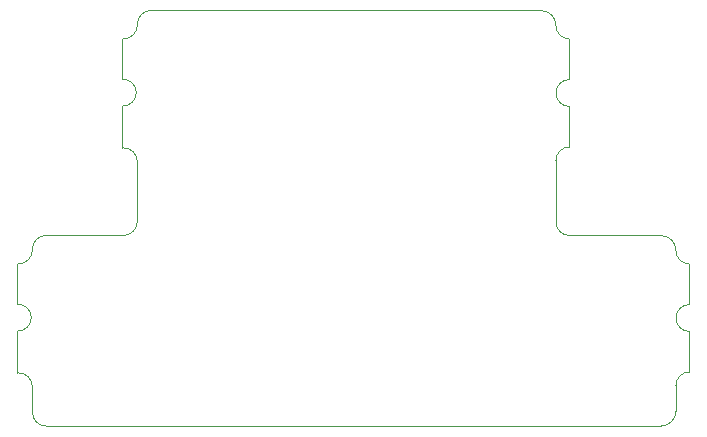
<source format=gbr>
G04 (created by PCBNEW (2013-may-18)-stable) date Sun 23 Aug 2015 10:12:23 PM EDT*
%MOIN*%
G04 Gerber Fmt 3.4, Leading zero omitted, Abs format*
%FSLAX34Y34*%
G01*
G70*
G90*
G04 APERTURE LIST*
%ADD10C,0.00590551*%
%ADD11C,0.00393701*%
G04 APERTURE END LIST*
G54D10*
G54D11*
X56200Y-51250D02*
X59250Y-51250D01*
X55750Y-48750D02*
X55750Y-50800D01*
X56200Y-51250D02*
G75*
G02X55750Y-50800I0J450D01*
G74*
G01*
X41300Y-51250D02*
X38750Y-51250D01*
X41800Y-48800D02*
X41800Y-50750D01*
X41325Y-51250D02*
G75*
G03X41800Y-50775I0J475D01*
G74*
G01*
X42250Y-43750D02*
X55250Y-43750D01*
X38750Y-57600D02*
X59250Y-57600D01*
X59750Y-54000D02*
G75*
G03X60200Y-54450I450J0D01*
G74*
G01*
X60200Y-55800D02*
X60200Y-54450D01*
X60200Y-52200D02*
X60200Y-53550D01*
X60200Y-53550D02*
G75*
G03X59750Y-54000I0J-450D01*
G74*
G01*
X60200Y-52200D02*
G75*
G02X59750Y-51750I0J450D01*
G74*
G01*
X59250Y-51250D02*
G75*
G02X59750Y-51750I0J-500D01*
G74*
G01*
X59250Y-57600D02*
G75*
G03X59750Y-57100I0J500D01*
G74*
G01*
X60200Y-55800D02*
G75*
G03X59750Y-56250I0J-450D01*
G74*
G01*
X59750Y-57100D02*
X59750Y-56250D01*
X37800Y-54450D02*
X37800Y-55825D01*
X38300Y-56300D02*
G75*
G03X37825Y-55825I-475J0D01*
G74*
G01*
X37800Y-53525D02*
X37800Y-52200D01*
X37825Y-52200D02*
G75*
G03X38300Y-51725I0J475D01*
G74*
G01*
X37812Y-54437D02*
G75*
G03X38262Y-53987I0J450D01*
G74*
G01*
X38262Y-53987D02*
G75*
G03X37812Y-53537I-450J0D01*
G74*
G01*
X38300Y-56300D02*
X38300Y-57150D01*
X38750Y-57600D02*
G75*
G02X38300Y-57150I0J450D01*
G74*
G01*
X38750Y-51250D02*
G75*
G03X38300Y-51700I0J-450D01*
G74*
G01*
X55750Y-46500D02*
G75*
G03X56200Y-46950I450J0D01*
G74*
G01*
X56200Y-48300D02*
X56200Y-46950D01*
X56200Y-44700D02*
X56200Y-46050D01*
X56200Y-46050D02*
G75*
G03X55750Y-46500I0J-450D01*
G74*
G01*
X56200Y-44700D02*
G75*
G02X55750Y-44250I0J450D01*
G74*
G01*
X55250Y-43750D02*
G75*
G02X55750Y-44250I0J-500D01*
G74*
G01*
X56200Y-48300D02*
G75*
G03X55750Y-48750I0J-450D01*
G74*
G01*
X41300Y-46950D02*
X41300Y-48325D01*
X41800Y-48800D02*
G75*
G03X41325Y-48325I-475J0D01*
G74*
G01*
X41300Y-46025D02*
X41300Y-44700D01*
X41325Y-44700D02*
G75*
G03X41800Y-44225I0J475D01*
G74*
G01*
X41312Y-46937D02*
G75*
G03X41762Y-46487I0J450D01*
G74*
G01*
X41762Y-46487D02*
G75*
G03X41312Y-46037I-450J0D01*
G74*
G01*
X42250Y-43750D02*
G75*
G03X41800Y-44200I0J-450D01*
G74*
G01*
M02*

</source>
